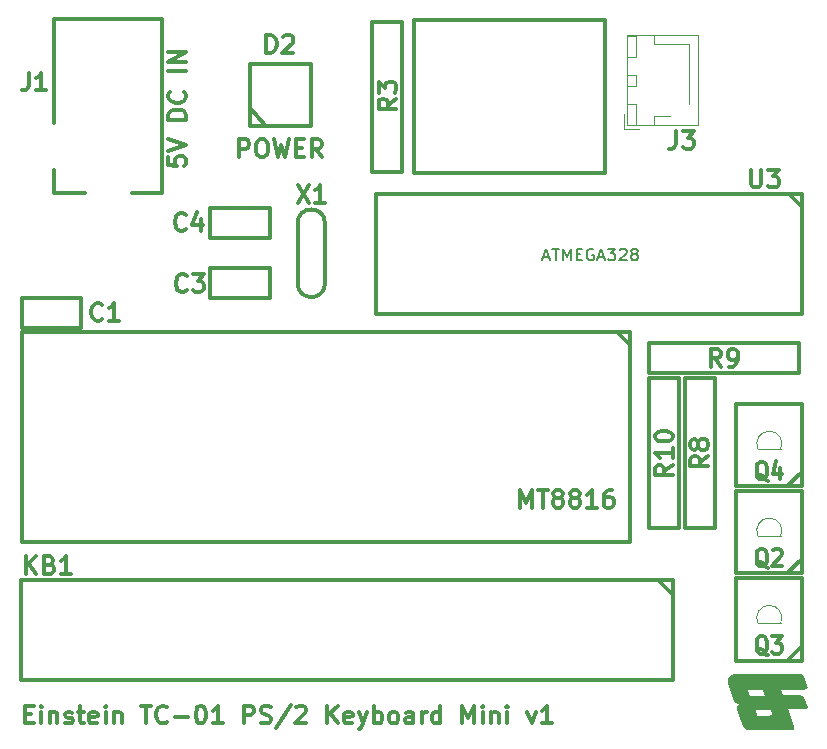
<source format=gbr>
%TF.GenerationSoftware,KiCad,Pcbnew,9.0.3*%
%TF.CreationDate,2025-11-18T23:41:28+00:00*%
%TF.ProjectId,EinsteinTC01PS2Mini,45696e73-7465-4696-9e54-433031505332,rev?*%
%TF.SameCoordinates,Original*%
%TF.FileFunction,Legend,Top*%
%TF.FilePolarity,Positive*%
%FSLAX46Y46*%
G04 Gerber Fmt 4.6, Leading zero omitted, Abs format (unit mm)*
G04 Created by KiCad (PCBNEW 9.0.3) date 2025-11-18 23:41:28*
%MOMM*%
%LPD*%
G01*
G04 APERTURE LIST*
%ADD10C,0.300000*%
%ADD11C,0.150000*%
%ADD12C,0.120000*%
%ADD13C,0.100000*%
%ADD14C,0.000000*%
G04 APERTURE END LIST*
D10*
X168534510Y-136205114D02*
X169034510Y-136205114D01*
X169248796Y-136990828D02*
X168534510Y-136990828D01*
X168534510Y-136990828D02*
X168534510Y-135490828D01*
X168534510Y-135490828D02*
X169248796Y-135490828D01*
X169891653Y-136990828D02*
X169891653Y-135990828D01*
X169891653Y-135490828D02*
X169820225Y-135562257D01*
X169820225Y-135562257D02*
X169891653Y-135633685D01*
X169891653Y-135633685D02*
X169963082Y-135562257D01*
X169963082Y-135562257D02*
X169891653Y-135490828D01*
X169891653Y-135490828D02*
X169891653Y-135633685D01*
X170605939Y-135990828D02*
X170605939Y-136990828D01*
X170605939Y-136133685D02*
X170677368Y-136062257D01*
X170677368Y-136062257D02*
X170820225Y-135990828D01*
X170820225Y-135990828D02*
X171034511Y-135990828D01*
X171034511Y-135990828D02*
X171177368Y-136062257D01*
X171177368Y-136062257D02*
X171248797Y-136205114D01*
X171248797Y-136205114D02*
X171248797Y-136990828D01*
X171891654Y-136919400D02*
X172034511Y-136990828D01*
X172034511Y-136990828D02*
X172320225Y-136990828D01*
X172320225Y-136990828D02*
X172463082Y-136919400D01*
X172463082Y-136919400D02*
X172534511Y-136776542D01*
X172534511Y-136776542D02*
X172534511Y-136705114D01*
X172534511Y-136705114D02*
X172463082Y-136562257D01*
X172463082Y-136562257D02*
X172320225Y-136490828D01*
X172320225Y-136490828D02*
X172105940Y-136490828D01*
X172105940Y-136490828D02*
X171963082Y-136419400D01*
X171963082Y-136419400D02*
X171891654Y-136276542D01*
X171891654Y-136276542D02*
X171891654Y-136205114D01*
X171891654Y-136205114D02*
X171963082Y-136062257D01*
X171963082Y-136062257D02*
X172105940Y-135990828D01*
X172105940Y-135990828D02*
X172320225Y-135990828D01*
X172320225Y-135990828D02*
X172463082Y-136062257D01*
X172963083Y-135990828D02*
X173534511Y-135990828D01*
X173177368Y-135490828D02*
X173177368Y-136776542D01*
X173177368Y-136776542D02*
X173248797Y-136919400D01*
X173248797Y-136919400D02*
X173391654Y-136990828D01*
X173391654Y-136990828D02*
X173534511Y-136990828D01*
X174605940Y-136919400D02*
X174463083Y-136990828D01*
X174463083Y-136990828D02*
X174177369Y-136990828D01*
X174177369Y-136990828D02*
X174034511Y-136919400D01*
X174034511Y-136919400D02*
X173963083Y-136776542D01*
X173963083Y-136776542D02*
X173963083Y-136205114D01*
X173963083Y-136205114D02*
X174034511Y-136062257D01*
X174034511Y-136062257D02*
X174177369Y-135990828D01*
X174177369Y-135990828D02*
X174463083Y-135990828D01*
X174463083Y-135990828D02*
X174605940Y-136062257D01*
X174605940Y-136062257D02*
X174677369Y-136205114D01*
X174677369Y-136205114D02*
X174677369Y-136347971D01*
X174677369Y-136347971D02*
X173963083Y-136490828D01*
X175320225Y-136990828D02*
X175320225Y-135990828D01*
X175320225Y-135490828D02*
X175248797Y-135562257D01*
X175248797Y-135562257D02*
X175320225Y-135633685D01*
X175320225Y-135633685D02*
X175391654Y-135562257D01*
X175391654Y-135562257D02*
X175320225Y-135490828D01*
X175320225Y-135490828D02*
X175320225Y-135633685D01*
X176034511Y-135990828D02*
X176034511Y-136990828D01*
X176034511Y-136133685D02*
X176105940Y-136062257D01*
X176105940Y-136062257D02*
X176248797Y-135990828D01*
X176248797Y-135990828D02*
X176463083Y-135990828D01*
X176463083Y-135990828D02*
X176605940Y-136062257D01*
X176605940Y-136062257D02*
X176677369Y-136205114D01*
X176677369Y-136205114D02*
X176677369Y-136990828D01*
X178320226Y-135490828D02*
X179177369Y-135490828D01*
X178748797Y-136990828D02*
X178748797Y-135490828D01*
X180534511Y-136847971D02*
X180463083Y-136919400D01*
X180463083Y-136919400D02*
X180248797Y-136990828D01*
X180248797Y-136990828D02*
X180105940Y-136990828D01*
X180105940Y-136990828D02*
X179891654Y-136919400D01*
X179891654Y-136919400D02*
X179748797Y-136776542D01*
X179748797Y-136776542D02*
X179677368Y-136633685D01*
X179677368Y-136633685D02*
X179605940Y-136347971D01*
X179605940Y-136347971D02*
X179605940Y-136133685D01*
X179605940Y-136133685D02*
X179677368Y-135847971D01*
X179677368Y-135847971D02*
X179748797Y-135705114D01*
X179748797Y-135705114D02*
X179891654Y-135562257D01*
X179891654Y-135562257D02*
X180105940Y-135490828D01*
X180105940Y-135490828D02*
X180248797Y-135490828D01*
X180248797Y-135490828D02*
X180463083Y-135562257D01*
X180463083Y-135562257D02*
X180534511Y-135633685D01*
X181177368Y-136419400D02*
X182320226Y-136419400D01*
X183320226Y-135490828D02*
X183463083Y-135490828D01*
X183463083Y-135490828D02*
X183605940Y-135562257D01*
X183605940Y-135562257D02*
X183677369Y-135633685D01*
X183677369Y-135633685D02*
X183748797Y-135776542D01*
X183748797Y-135776542D02*
X183820226Y-136062257D01*
X183820226Y-136062257D02*
X183820226Y-136419400D01*
X183820226Y-136419400D02*
X183748797Y-136705114D01*
X183748797Y-136705114D02*
X183677369Y-136847971D01*
X183677369Y-136847971D02*
X183605940Y-136919400D01*
X183605940Y-136919400D02*
X183463083Y-136990828D01*
X183463083Y-136990828D02*
X183320226Y-136990828D01*
X183320226Y-136990828D02*
X183177369Y-136919400D01*
X183177369Y-136919400D02*
X183105940Y-136847971D01*
X183105940Y-136847971D02*
X183034511Y-136705114D01*
X183034511Y-136705114D02*
X182963083Y-136419400D01*
X182963083Y-136419400D02*
X182963083Y-136062257D01*
X182963083Y-136062257D02*
X183034511Y-135776542D01*
X183034511Y-135776542D02*
X183105940Y-135633685D01*
X183105940Y-135633685D02*
X183177369Y-135562257D01*
X183177369Y-135562257D02*
X183320226Y-135490828D01*
X185248797Y-136990828D02*
X184391654Y-136990828D01*
X184820225Y-136990828D02*
X184820225Y-135490828D01*
X184820225Y-135490828D02*
X184677368Y-135705114D01*
X184677368Y-135705114D02*
X184534511Y-135847971D01*
X184534511Y-135847971D02*
X184391654Y-135919400D01*
X187034510Y-136990828D02*
X187034510Y-135490828D01*
X187034510Y-135490828D02*
X187605939Y-135490828D01*
X187605939Y-135490828D02*
X187748796Y-135562257D01*
X187748796Y-135562257D02*
X187820225Y-135633685D01*
X187820225Y-135633685D02*
X187891653Y-135776542D01*
X187891653Y-135776542D02*
X187891653Y-135990828D01*
X187891653Y-135990828D02*
X187820225Y-136133685D01*
X187820225Y-136133685D02*
X187748796Y-136205114D01*
X187748796Y-136205114D02*
X187605939Y-136276542D01*
X187605939Y-136276542D02*
X187034510Y-136276542D01*
X188463082Y-136919400D02*
X188677368Y-136990828D01*
X188677368Y-136990828D02*
X189034510Y-136990828D01*
X189034510Y-136990828D02*
X189177368Y-136919400D01*
X189177368Y-136919400D02*
X189248796Y-136847971D01*
X189248796Y-136847971D02*
X189320225Y-136705114D01*
X189320225Y-136705114D02*
X189320225Y-136562257D01*
X189320225Y-136562257D02*
X189248796Y-136419400D01*
X189248796Y-136419400D02*
X189177368Y-136347971D01*
X189177368Y-136347971D02*
X189034510Y-136276542D01*
X189034510Y-136276542D02*
X188748796Y-136205114D01*
X188748796Y-136205114D02*
X188605939Y-136133685D01*
X188605939Y-136133685D02*
X188534510Y-136062257D01*
X188534510Y-136062257D02*
X188463082Y-135919400D01*
X188463082Y-135919400D02*
X188463082Y-135776542D01*
X188463082Y-135776542D02*
X188534510Y-135633685D01*
X188534510Y-135633685D02*
X188605939Y-135562257D01*
X188605939Y-135562257D02*
X188748796Y-135490828D01*
X188748796Y-135490828D02*
X189105939Y-135490828D01*
X189105939Y-135490828D02*
X189320225Y-135562257D01*
X191034510Y-135419400D02*
X189748796Y-137347971D01*
X191463082Y-135633685D02*
X191534510Y-135562257D01*
X191534510Y-135562257D02*
X191677368Y-135490828D01*
X191677368Y-135490828D02*
X192034510Y-135490828D01*
X192034510Y-135490828D02*
X192177368Y-135562257D01*
X192177368Y-135562257D02*
X192248796Y-135633685D01*
X192248796Y-135633685D02*
X192320225Y-135776542D01*
X192320225Y-135776542D02*
X192320225Y-135919400D01*
X192320225Y-135919400D02*
X192248796Y-136133685D01*
X192248796Y-136133685D02*
X191391653Y-136990828D01*
X191391653Y-136990828D02*
X192320225Y-136990828D01*
X194105938Y-136990828D02*
X194105938Y-135490828D01*
X194963081Y-136990828D02*
X194320224Y-136133685D01*
X194963081Y-135490828D02*
X194105938Y-136347971D01*
X196177367Y-136919400D02*
X196034510Y-136990828D01*
X196034510Y-136990828D02*
X195748796Y-136990828D01*
X195748796Y-136990828D02*
X195605938Y-136919400D01*
X195605938Y-136919400D02*
X195534510Y-136776542D01*
X195534510Y-136776542D02*
X195534510Y-136205114D01*
X195534510Y-136205114D02*
X195605938Y-136062257D01*
X195605938Y-136062257D02*
X195748796Y-135990828D01*
X195748796Y-135990828D02*
X196034510Y-135990828D01*
X196034510Y-135990828D02*
X196177367Y-136062257D01*
X196177367Y-136062257D02*
X196248796Y-136205114D01*
X196248796Y-136205114D02*
X196248796Y-136347971D01*
X196248796Y-136347971D02*
X195534510Y-136490828D01*
X196748795Y-135990828D02*
X197105938Y-136990828D01*
X197463081Y-135990828D02*
X197105938Y-136990828D01*
X197105938Y-136990828D02*
X196963081Y-137347971D01*
X196963081Y-137347971D02*
X196891652Y-137419400D01*
X196891652Y-137419400D02*
X196748795Y-137490828D01*
X198034509Y-136990828D02*
X198034509Y-135490828D01*
X198034509Y-136062257D02*
X198177367Y-135990828D01*
X198177367Y-135990828D02*
X198463081Y-135990828D01*
X198463081Y-135990828D02*
X198605938Y-136062257D01*
X198605938Y-136062257D02*
X198677367Y-136133685D01*
X198677367Y-136133685D02*
X198748795Y-136276542D01*
X198748795Y-136276542D02*
X198748795Y-136705114D01*
X198748795Y-136705114D02*
X198677367Y-136847971D01*
X198677367Y-136847971D02*
X198605938Y-136919400D01*
X198605938Y-136919400D02*
X198463081Y-136990828D01*
X198463081Y-136990828D02*
X198177367Y-136990828D01*
X198177367Y-136990828D02*
X198034509Y-136919400D01*
X199605938Y-136990828D02*
X199463081Y-136919400D01*
X199463081Y-136919400D02*
X199391652Y-136847971D01*
X199391652Y-136847971D02*
X199320224Y-136705114D01*
X199320224Y-136705114D02*
X199320224Y-136276542D01*
X199320224Y-136276542D02*
X199391652Y-136133685D01*
X199391652Y-136133685D02*
X199463081Y-136062257D01*
X199463081Y-136062257D02*
X199605938Y-135990828D01*
X199605938Y-135990828D02*
X199820224Y-135990828D01*
X199820224Y-135990828D02*
X199963081Y-136062257D01*
X199963081Y-136062257D02*
X200034510Y-136133685D01*
X200034510Y-136133685D02*
X200105938Y-136276542D01*
X200105938Y-136276542D02*
X200105938Y-136705114D01*
X200105938Y-136705114D02*
X200034510Y-136847971D01*
X200034510Y-136847971D02*
X199963081Y-136919400D01*
X199963081Y-136919400D02*
X199820224Y-136990828D01*
X199820224Y-136990828D02*
X199605938Y-136990828D01*
X201391653Y-136990828D02*
X201391653Y-136205114D01*
X201391653Y-136205114D02*
X201320224Y-136062257D01*
X201320224Y-136062257D02*
X201177367Y-135990828D01*
X201177367Y-135990828D02*
X200891653Y-135990828D01*
X200891653Y-135990828D02*
X200748795Y-136062257D01*
X201391653Y-136919400D02*
X201248795Y-136990828D01*
X201248795Y-136990828D02*
X200891653Y-136990828D01*
X200891653Y-136990828D02*
X200748795Y-136919400D01*
X200748795Y-136919400D02*
X200677367Y-136776542D01*
X200677367Y-136776542D02*
X200677367Y-136633685D01*
X200677367Y-136633685D02*
X200748795Y-136490828D01*
X200748795Y-136490828D02*
X200891653Y-136419400D01*
X200891653Y-136419400D02*
X201248795Y-136419400D01*
X201248795Y-136419400D02*
X201391653Y-136347971D01*
X202105938Y-136990828D02*
X202105938Y-135990828D01*
X202105938Y-136276542D02*
X202177367Y-136133685D01*
X202177367Y-136133685D02*
X202248796Y-136062257D01*
X202248796Y-136062257D02*
X202391653Y-135990828D01*
X202391653Y-135990828D02*
X202534510Y-135990828D01*
X203677367Y-136990828D02*
X203677367Y-135490828D01*
X203677367Y-136919400D02*
X203534509Y-136990828D01*
X203534509Y-136990828D02*
X203248795Y-136990828D01*
X203248795Y-136990828D02*
X203105938Y-136919400D01*
X203105938Y-136919400D02*
X203034509Y-136847971D01*
X203034509Y-136847971D02*
X202963081Y-136705114D01*
X202963081Y-136705114D02*
X202963081Y-136276542D01*
X202963081Y-136276542D02*
X203034509Y-136133685D01*
X203034509Y-136133685D02*
X203105938Y-136062257D01*
X203105938Y-136062257D02*
X203248795Y-135990828D01*
X203248795Y-135990828D02*
X203534509Y-135990828D01*
X203534509Y-135990828D02*
X203677367Y-136062257D01*
X205534509Y-136990828D02*
X205534509Y-135490828D01*
X205534509Y-135490828D02*
X206034509Y-136562257D01*
X206034509Y-136562257D02*
X206534509Y-135490828D01*
X206534509Y-135490828D02*
X206534509Y-136990828D01*
X207248795Y-136990828D02*
X207248795Y-135990828D01*
X207248795Y-135490828D02*
X207177367Y-135562257D01*
X207177367Y-135562257D02*
X207248795Y-135633685D01*
X207248795Y-135633685D02*
X207320224Y-135562257D01*
X207320224Y-135562257D02*
X207248795Y-135490828D01*
X207248795Y-135490828D02*
X207248795Y-135633685D01*
X207963081Y-135990828D02*
X207963081Y-136990828D01*
X207963081Y-136133685D02*
X208034510Y-136062257D01*
X208034510Y-136062257D02*
X208177367Y-135990828D01*
X208177367Y-135990828D02*
X208391653Y-135990828D01*
X208391653Y-135990828D02*
X208534510Y-136062257D01*
X208534510Y-136062257D02*
X208605939Y-136205114D01*
X208605939Y-136205114D02*
X208605939Y-136990828D01*
X209320224Y-136990828D02*
X209320224Y-135990828D01*
X209320224Y-135490828D02*
X209248796Y-135562257D01*
X209248796Y-135562257D02*
X209320224Y-135633685D01*
X209320224Y-135633685D02*
X209391653Y-135562257D01*
X209391653Y-135562257D02*
X209320224Y-135490828D01*
X209320224Y-135490828D02*
X209320224Y-135633685D01*
X211034510Y-135990828D02*
X211391653Y-136990828D01*
X211391653Y-136990828D02*
X211748796Y-135990828D01*
X213105939Y-136990828D02*
X212248796Y-136990828D01*
X212677367Y-136990828D02*
X212677367Y-135490828D01*
X212677367Y-135490828D02*
X212534510Y-135705114D01*
X212534510Y-135705114D02*
X212391653Y-135847971D01*
X212391653Y-135847971D02*
X212248796Y-135919400D01*
X168592857Y-124328328D02*
X168592857Y-122828328D01*
X169450000Y-124328328D02*
X168807143Y-123471185D01*
X169450000Y-122828328D02*
X168592857Y-123685471D01*
X170592857Y-123542614D02*
X170807143Y-123614042D01*
X170807143Y-123614042D02*
X170878572Y-123685471D01*
X170878572Y-123685471D02*
X170950000Y-123828328D01*
X170950000Y-123828328D02*
X170950000Y-124042614D01*
X170950000Y-124042614D02*
X170878572Y-124185471D01*
X170878572Y-124185471D02*
X170807143Y-124256900D01*
X170807143Y-124256900D02*
X170664286Y-124328328D01*
X170664286Y-124328328D02*
X170092857Y-124328328D01*
X170092857Y-124328328D02*
X170092857Y-122828328D01*
X170092857Y-122828328D02*
X170592857Y-122828328D01*
X170592857Y-122828328D02*
X170735715Y-122899757D01*
X170735715Y-122899757D02*
X170807143Y-122971185D01*
X170807143Y-122971185D02*
X170878572Y-123114042D01*
X170878572Y-123114042D02*
X170878572Y-123256900D01*
X170878572Y-123256900D02*
X170807143Y-123399757D01*
X170807143Y-123399757D02*
X170735715Y-123471185D01*
X170735715Y-123471185D02*
X170592857Y-123542614D01*
X170592857Y-123542614D02*
X170092857Y-123542614D01*
X172378572Y-124328328D02*
X171521429Y-124328328D01*
X171950000Y-124328328D02*
X171950000Y-122828328D01*
X171950000Y-122828328D02*
X171807143Y-123042614D01*
X171807143Y-123042614D02*
X171664286Y-123185471D01*
X171664286Y-123185471D02*
X171521429Y-123256900D01*
X182200000Y-100325471D02*
X182128572Y-100396900D01*
X182128572Y-100396900D02*
X181914286Y-100468328D01*
X181914286Y-100468328D02*
X181771429Y-100468328D01*
X181771429Y-100468328D02*
X181557143Y-100396900D01*
X181557143Y-100396900D02*
X181414286Y-100254042D01*
X181414286Y-100254042D02*
X181342857Y-100111185D01*
X181342857Y-100111185D02*
X181271429Y-99825471D01*
X181271429Y-99825471D02*
X181271429Y-99611185D01*
X181271429Y-99611185D02*
X181342857Y-99325471D01*
X181342857Y-99325471D02*
X181414286Y-99182614D01*
X181414286Y-99182614D02*
X181557143Y-99039757D01*
X181557143Y-99039757D02*
X181771429Y-98968328D01*
X181771429Y-98968328D02*
X181914286Y-98968328D01*
X181914286Y-98968328D02*
X182128572Y-99039757D01*
X182128572Y-99039757D02*
X182200000Y-99111185D01*
X182700000Y-98968328D02*
X183628572Y-98968328D01*
X183628572Y-98968328D02*
X183128572Y-99539757D01*
X183128572Y-99539757D02*
X183342857Y-99539757D01*
X183342857Y-99539757D02*
X183485715Y-99611185D01*
X183485715Y-99611185D02*
X183557143Y-99682614D01*
X183557143Y-99682614D02*
X183628572Y-99825471D01*
X183628572Y-99825471D02*
X183628572Y-100182614D01*
X183628572Y-100182614D02*
X183557143Y-100325471D01*
X183557143Y-100325471D02*
X183485715Y-100396900D01*
X183485715Y-100396900D02*
X183342857Y-100468328D01*
X183342857Y-100468328D02*
X182914286Y-100468328D01*
X182914286Y-100468328D02*
X182771429Y-100396900D01*
X182771429Y-100396900D02*
X182700000Y-100325471D01*
X182110000Y-95125471D02*
X182038572Y-95196900D01*
X182038572Y-95196900D02*
X181824286Y-95268328D01*
X181824286Y-95268328D02*
X181681429Y-95268328D01*
X181681429Y-95268328D02*
X181467143Y-95196900D01*
X181467143Y-95196900D02*
X181324286Y-95054042D01*
X181324286Y-95054042D02*
X181252857Y-94911185D01*
X181252857Y-94911185D02*
X181181429Y-94625471D01*
X181181429Y-94625471D02*
X181181429Y-94411185D01*
X181181429Y-94411185D02*
X181252857Y-94125471D01*
X181252857Y-94125471D02*
X181324286Y-93982614D01*
X181324286Y-93982614D02*
X181467143Y-93839757D01*
X181467143Y-93839757D02*
X181681429Y-93768328D01*
X181681429Y-93768328D02*
X181824286Y-93768328D01*
X181824286Y-93768328D02*
X182038572Y-93839757D01*
X182038572Y-93839757D02*
X182110000Y-93911185D01*
X183395715Y-94268328D02*
X183395715Y-95268328D01*
X183038572Y-93696900D02*
X182681429Y-94768328D01*
X182681429Y-94768328D02*
X183610000Y-94768328D01*
X191585714Y-91418328D02*
X192585714Y-92918328D01*
X192585714Y-91418328D02*
X191585714Y-92918328D01*
X193942857Y-92918328D02*
X193085714Y-92918328D01*
X193514285Y-92918328D02*
X193514285Y-91418328D01*
X193514285Y-91418328D02*
X193371428Y-91632614D01*
X193371428Y-91632614D02*
X193228571Y-91775471D01*
X193228571Y-91775471D02*
X193085714Y-91846900D01*
X168820000Y-81888328D02*
X168820000Y-82959757D01*
X168820000Y-82959757D02*
X168748571Y-83174042D01*
X168748571Y-83174042D02*
X168605714Y-83316900D01*
X168605714Y-83316900D02*
X168391428Y-83388328D01*
X168391428Y-83388328D02*
X168248571Y-83388328D01*
X170320000Y-83388328D02*
X169462857Y-83388328D01*
X169891428Y-83388328D02*
X169891428Y-81888328D01*
X169891428Y-81888328D02*
X169748571Y-82102614D01*
X169748571Y-82102614D02*
X169605714Y-82245471D01*
X169605714Y-82245471D02*
X169462857Y-82316900D01*
X180648328Y-89011428D02*
X180648328Y-89725714D01*
X180648328Y-89725714D02*
X181362614Y-89797142D01*
X181362614Y-89797142D02*
X181291185Y-89725714D01*
X181291185Y-89725714D02*
X181219757Y-89582857D01*
X181219757Y-89582857D02*
X181219757Y-89225714D01*
X181219757Y-89225714D02*
X181291185Y-89082857D01*
X181291185Y-89082857D02*
X181362614Y-89011428D01*
X181362614Y-89011428D02*
X181505471Y-88939999D01*
X181505471Y-88939999D02*
X181862614Y-88939999D01*
X181862614Y-88939999D02*
X182005471Y-89011428D01*
X182005471Y-89011428D02*
X182076900Y-89082857D01*
X182076900Y-89082857D02*
X182148328Y-89225714D01*
X182148328Y-89225714D02*
X182148328Y-89582857D01*
X182148328Y-89582857D02*
X182076900Y-89725714D01*
X182076900Y-89725714D02*
X182005471Y-89797142D01*
X180648328Y-88511428D02*
X182148328Y-88011428D01*
X182148328Y-88011428D02*
X180648328Y-87511428D01*
X182148328Y-85868572D02*
X180648328Y-85868572D01*
X180648328Y-85868572D02*
X180648328Y-85511429D01*
X180648328Y-85511429D02*
X180719757Y-85297143D01*
X180719757Y-85297143D02*
X180862614Y-85154286D01*
X180862614Y-85154286D02*
X181005471Y-85082857D01*
X181005471Y-85082857D02*
X181291185Y-85011429D01*
X181291185Y-85011429D02*
X181505471Y-85011429D01*
X181505471Y-85011429D02*
X181791185Y-85082857D01*
X181791185Y-85082857D02*
X181934042Y-85154286D01*
X181934042Y-85154286D02*
X182076900Y-85297143D01*
X182076900Y-85297143D02*
X182148328Y-85511429D01*
X182148328Y-85511429D02*
X182148328Y-85868572D01*
X182005471Y-83511429D02*
X182076900Y-83582857D01*
X182076900Y-83582857D02*
X182148328Y-83797143D01*
X182148328Y-83797143D02*
X182148328Y-83940000D01*
X182148328Y-83940000D02*
X182076900Y-84154286D01*
X182076900Y-84154286D02*
X181934042Y-84297143D01*
X181934042Y-84297143D02*
X181791185Y-84368572D01*
X181791185Y-84368572D02*
X181505471Y-84440000D01*
X181505471Y-84440000D02*
X181291185Y-84440000D01*
X181291185Y-84440000D02*
X181005471Y-84368572D01*
X181005471Y-84368572D02*
X180862614Y-84297143D01*
X180862614Y-84297143D02*
X180719757Y-84154286D01*
X180719757Y-84154286D02*
X180648328Y-83940000D01*
X180648328Y-83940000D02*
X180648328Y-83797143D01*
X180648328Y-83797143D02*
X180719757Y-83582857D01*
X180719757Y-83582857D02*
X180791185Y-83511429D01*
X182148328Y-81725715D02*
X180648328Y-81725715D01*
X182148328Y-81011429D02*
X180648328Y-81011429D01*
X180648328Y-81011429D02*
X182148328Y-80154286D01*
X182148328Y-80154286D02*
X180648328Y-80154286D01*
X226348328Y-114374999D02*
X225634042Y-114874999D01*
X226348328Y-115232142D02*
X224848328Y-115232142D01*
X224848328Y-115232142D02*
X224848328Y-114660713D01*
X224848328Y-114660713D02*
X224919757Y-114517856D01*
X224919757Y-114517856D02*
X224991185Y-114446427D01*
X224991185Y-114446427D02*
X225134042Y-114374999D01*
X225134042Y-114374999D02*
X225348328Y-114374999D01*
X225348328Y-114374999D02*
X225491185Y-114446427D01*
X225491185Y-114446427D02*
X225562614Y-114517856D01*
X225562614Y-114517856D02*
X225634042Y-114660713D01*
X225634042Y-114660713D02*
X225634042Y-115232142D01*
X225491185Y-113517856D02*
X225419757Y-113660713D01*
X225419757Y-113660713D02*
X225348328Y-113732142D01*
X225348328Y-113732142D02*
X225205471Y-113803570D01*
X225205471Y-113803570D02*
X225134042Y-113803570D01*
X225134042Y-113803570D02*
X224991185Y-113732142D01*
X224991185Y-113732142D02*
X224919757Y-113660713D01*
X224919757Y-113660713D02*
X224848328Y-113517856D01*
X224848328Y-113517856D02*
X224848328Y-113232142D01*
X224848328Y-113232142D02*
X224919757Y-113089285D01*
X224919757Y-113089285D02*
X224991185Y-113017856D01*
X224991185Y-113017856D02*
X225134042Y-112946427D01*
X225134042Y-112946427D02*
X225205471Y-112946427D01*
X225205471Y-112946427D02*
X225348328Y-113017856D01*
X225348328Y-113017856D02*
X225419757Y-113089285D01*
X225419757Y-113089285D02*
X225491185Y-113232142D01*
X225491185Y-113232142D02*
X225491185Y-113517856D01*
X225491185Y-113517856D02*
X225562614Y-113660713D01*
X225562614Y-113660713D02*
X225634042Y-113732142D01*
X225634042Y-113732142D02*
X225776900Y-113803570D01*
X225776900Y-113803570D02*
X226062614Y-113803570D01*
X226062614Y-113803570D02*
X226205471Y-113732142D01*
X226205471Y-113732142D02*
X226276900Y-113660713D01*
X226276900Y-113660713D02*
X226348328Y-113517856D01*
X226348328Y-113517856D02*
X226348328Y-113232142D01*
X226348328Y-113232142D02*
X226276900Y-113089285D01*
X226276900Y-113089285D02*
X226205471Y-113017856D01*
X226205471Y-113017856D02*
X226062614Y-112946427D01*
X226062614Y-112946427D02*
X225776900Y-112946427D01*
X225776900Y-112946427D02*
X225634042Y-113017856D01*
X225634042Y-113017856D02*
X225562614Y-113089285D01*
X225562614Y-113089285D02*
X225491185Y-113232142D01*
X229967142Y-90108328D02*
X229967142Y-91322614D01*
X229967142Y-91322614D02*
X230038571Y-91465471D01*
X230038571Y-91465471D02*
X230110000Y-91536900D01*
X230110000Y-91536900D02*
X230252857Y-91608328D01*
X230252857Y-91608328D02*
X230538571Y-91608328D01*
X230538571Y-91608328D02*
X230681428Y-91536900D01*
X230681428Y-91536900D02*
X230752857Y-91465471D01*
X230752857Y-91465471D02*
X230824285Y-91322614D01*
X230824285Y-91322614D02*
X230824285Y-90108328D01*
X231395714Y-90108328D02*
X232324286Y-90108328D01*
X232324286Y-90108328D02*
X231824286Y-90679757D01*
X231824286Y-90679757D02*
X232038571Y-90679757D01*
X232038571Y-90679757D02*
X232181429Y-90751185D01*
X232181429Y-90751185D02*
X232252857Y-90822614D01*
X232252857Y-90822614D02*
X232324286Y-90965471D01*
X232324286Y-90965471D02*
X232324286Y-91322614D01*
X232324286Y-91322614D02*
X232252857Y-91465471D01*
X232252857Y-91465471D02*
X232181429Y-91536900D01*
X232181429Y-91536900D02*
X232038571Y-91608328D01*
X232038571Y-91608328D02*
X231610000Y-91608328D01*
X231610000Y-91608328D02*
X231467143Y-91536900D01*
X231467143Y-91536900D02*
X231395714Y-91465471D01*
D11*
X212390000Y-97499104D02*
X212866190Y-97499104D01*
X212294762Y-97784819D02*
X212628095Y-96784819D01*
X212628095Y-96784819D02*
X212961428Y-97784819D01*
X213151905Y-96784819D02*
X213723333Y-96784819D01*
X213437619Y-97784819D02*
X213437619Y-96784819D01*
X214056667Y-97784819D02*
X214056667Y-96784819D01*
X214056667Y-96784819D02*
X214390000Y-97499104D01*
X214390000Y-97499104D02*
X214723333Y-96784819D01*
X214723333Y-96784819D02*
X214723333Y-97784819D01*
X215199524Y-97261009D02*
X215532857Y-97261009D01*
X215675714Y-97784819D02*
X215199524Y-97784819D01*
X215199524Y-97784819D02*
X215199524Y-96784819D01*
X215199524Y-96784819D02*
X215675714Y-96784819D01*
X216628095Y-96832438D02*
X216532857Y-96784819D01*
X216532857Y-96784819D02*
X216390000Y-96784819D01*
X216390000Y-96784819D02*
X216247143Y-96832438D01*
X216247143Y-96832438D02*
X216151905Y-96927676D01*
X216151905Y-96927676D02*
X216104286Y-97022914D01*
X216104286Y-97022914D02*
X216056667Y-97213390D01*
X216056667Y-97213390D02*
X216056667Y-97356247D01*
X216056667Y-97356247D02*
X216104286Y-97546723D01*
X216104286Y-97546723D02*
X216151905Y-97641961D01*
X216151905Y-97641961D02*
X216247143Y-97737200D01*
X216247143Y-97737200D02*
X216390000Y-97784819D01*
X216390000Y-97784819D02*
X216485238Y-97784819D01*
X216485238Y-97784819D02*
X216628095Y-97737200D01*
X216628095Y-97737200D02*
X216675714Y-97689580D01*
X216675714Y-97689580D02*
X216675714Y-97356247D01*
X216675714Y-97356247D02*
X216485238Y-97356247D01*
X217056667Y-97499104D02*
X217532857Y-97499104D01*
X216961429Y-97784819D02*
X217294762Y-96784819D01*
X217294762Y-96784819D02*
X217628095Y-97784819D01*
X217866191Y-96784819D02*
X218485238Y-96784819D01*
X218485238Y-96784819D02*
X218151905Y-97165771D01*
X218151905Y-97165771D02*
X218294762Y-97165771D01*
X218294762Y-97165771D02*
X218390000Y-97213390D01*
X218390000Y-97213390D02*
X218437619Y-97261009D01*
X218437619Y-97261009D02*
X218485238Y-97356247D01*
X218485238Y-97356247D02*
X218485238Y-97594342D01*
X218485238Y-97594342D02*
X218437619Y-97689580D01*
X218437619Y-97689580D02*
X218390000Y-97737200D01*
X218390000Y-97737200D02*
X218294762Y-97784819D01*
X218294762Y-97784819D02*
X218009048Y-97784819D01*
X218009048Y-97784819D02*
X217913810Y-97737200D01*
X217913810Y-97737200D02*
X217866191Y-97689580D01*
X218866191Y-96880057D02*
X218913810Y-96832438D01*
X218913810Y-96832438D02*
X219009048Y-96784819D01*
X219009048Y-96784819D02*
X219247143Y-96784819D01*
X219247143Y-96784819D02*
X219342381Y-96832438D01*
X219342381Y-96832438D02*
X219390000Y-96880057D01*
X219390000Y-96880057D02*
X219437619Y-96975295D01*
X219437619Y-96975295D02*
X219437619Y-97070533D01*
X219437619Y-97070533D02*
X219390000Y-97213390D01*
X219390000Y-97213390D02*
X218818572Y-97784819D01*
X218818572Y-97784819D02*
X219437619Y-97784819D01*
X220009048Y-97213390D02*
X219913810Y-97165771D01*
X219913810Y-97165771D02*
X219866191Y-97118152D01*
X219866191Y-97118152D02*
X219818572Y-97022914D01*
X219818572Y-97022914D02*
X219818572Y-96975295D01*
X219818572Y-96975295D02*
X219866191Y-96880057D01*
X219866191Y-96880057D02*
X219913810Y-96832438D01*
X219913810Y-96832438D02*
X220009048Y-96784819D01*
X220009048Y-96784819D02*
X220199524Y-96784819D01*
X220199524Y-96784819D02*
X220294762Y-96832438D01*
X220294762Y-96832438D02*
X220342381Y-96880057D01*
X220342381Y-96880057D02*
X220390000Y-96975295D01*
X220390000Y-96975295D02*
X220390000Y-97022914D01*
X220390000Y-97022914D02*
X220342381Y-97118152D01*
X220342381Y-97118152D02*
X220294762Y-97165771D01*
X220294762Y-97165771D02*
X220199524Y-97213390D01*
X220199524Y-97213390D02*
X220009048Y-97213390D01*
X220009048Y-97213390D02*
X219913810Y-97261009D01*
X219913810Y-97261009D02*
X219866191Y-97308628D01*
X219866191Y-97308628D02*
X219818572Y-97403866D01*
X219818572Y-97403866D02*
X219818572Y-97594342D01*
X219818572Y-97594342D02*
X219866191Y-97689580D01*
X219866191Y-97689580D02*
X219913810Y-97737200D01*
X219913810Y-97737200D02*
X220009048Y-97784819D01*
X220009048Y-97784819D02*
X220199524Y-97784819D01*
X220199524Y-97784819D02*
X220294762Y-97737200D01*
X220294762Y-97737200D02*
X220342381Y-97689580D01*
X220342381Y-97689580D02*
X220390000Y-97594342D01*
X220390000Y-97594342D02*
X220390000Y-97403866D01*
X220390000Y-97403866D02*
X220342381Y-97308628D01*
X220342381Y-97308628D02*
X220294762Y-97261009D01*
X220294762Y-97261009D02*
X220199524Y-97213390D01*
D10*
X223640000Y-86838328D02*
X223640000Y-87909757D01*
X223640000Y-87909757D02*
X223568571Y-88124042D01*
X223568571Y-88124042D02*
X223425714Y-88266900D01*
X223425714Y-88266900D02*
X223211428Y-88338328D01*
X223211428Y-88338328D02*
X223068571Y-88338328D01*
X224211428Y-86838328D02*
X225140000Y-86838328D01*
X225140000Y-86838328D02*
X224640000Y-87409757D01*
X224640000Y-87409757D02*
X224854285Y-87409757D01*
X224854285Y-87409757D02*
X224997143Y-87481185D01*
X224997143Y-87481185D02*
X225068571Y-87552614D01*
X225068571Y-87552614D02*
X225140000Y-87695471D01*
X225140000Y-87695471D02*
X225140000Y-88052614D01*
X225140000Y-88052614D02*
X225068571Y-88195471D01*
X225068571Y-88195471D02*
X224997143Y-88266900D01*
X224997143Y-88266900D02*
X224854285Y-88338328D01*
X224854285Y-88338328D02*
X224425714Y-88338328D01*
X224425714Y-88338328D02*
X224282857Y-88266900D01*
X224282857Y-88266900D02*
X224211428Y-88195471D01*
X175050000Y-102755471D02*
X174978572Y-102826900D01*
X174978572Y-102826900D02*
X174764286Y-102898328D01*
X174764286Y-102898328D02*
X174621429Y-102898328D01*
X174621429Y-102898328D02*
X174407143Y-102826900D01*
X174407143Y-102826900D02*
X174264286Y-102684042D01*
X174264286Y-102684042D02*
X174192857Y-102541185D01*
X174192857Y-102541185D02*
X174121429Y-102255471D01*
X174121429Y-102255471D02*
X174121429Y-102041185D01*
X174121429Y-102041185D02*
X174192857Y-101755471D01*
X174192857Y-101755471D02*
X174264286Y-101612614D01*
X174264286Y-101612614D02*
X174407143Y-101469757D01*
X174407143Y-101469757D02*
X174621429Y-101398328D01*
X174621429Y-101398328D02*
X174764286Y-101398328D01*
X174764286Y-101398328D02*
X174978572Y-101469757D01*
X174978572Y-101469757D02*
X175050000Y-101541185D01*
X176478572Y-102898328D02*
X175621429Y-102898328D01*
X176050000Y-102898328D02*
X176050000Y-101398328D01*
X176050000Y-101398328D02*
X175907143Y-101612614D01*
X175907143Y-101612614D02*
X175764286Y-101755471D01*
X175764286Y-101755471D02*
X175621429Y-101826900D01*
X227430000Y-106783328D02*
X226930000Y-106069042D01*
X226572857Y-106783328D02*
X226572857Y-105283328D01*
X226572857Y-105283328D02*
X227144286Y-105283328D01*
X227144286Y-105283328D02*
X227287143Y-105354757D01*
X227287143Y-105354757D02*
X227358572Y-105426185D01*
X227358572Y-105426185D02*
X227430000Y-105569042D01*
X227430000Y-105569042D02*
X227430000Y-105783328D01*
X227430000Y-105783328D02*
X227358572Y-105926185D01*
X227358572Y-105926185D02*
X227287143Y-105997614D01*
X227287143Y-105997614D02*
X227144286Y-106069042D01*
X227144286Y-106069042D02*
X226572857Y-106069042D01*
X228144286Y-106783328D02*
X228430000Y-106783328D01*
X228430000Y-106783328D02*
X228572857Y-106711900D01*
X228572857Y-106711900D02*
X228644286Y-106640471D01*
X228644286Y-106640471D02*
X228787143Y-106426185D01*
X228787143Y-106426185D02*
X228858572Y-106140471D01*
X228858572Y-106140471D02*
X228858572Y-105569042D01*
X228858572Y-105569042D02*
X228787143Y-105426185D01*
X228787143Y-105426185D02*
X228715715Y-105354757D01*
X228715715Y-105354757D02*
X228572857Y-105283328D01*
X228572857Y-105283328D02*
X228287143Y-105283328D01*
X228287143Y-105283328D02*
X228144286Y-105354757D01*
X228144286Y-105354757D02*
X228072857Y-105426185D01*
X228072857Y-105426185D02*
X228001429Y-105569042D01*
X228001429Y-105569042D02*
X228001429Y-105926185D01*
X228001429Y-105926185D02*
X228072857Y-106069042D01*
X228072857Y-106069042D02*
X228144286Y-106140471D01*
X228144286Y-106140471D02*
X228287143Y-106211900D01*
X228287143Y-106211900D02*
X228572857Y-106211900D01*
X228572857Y-106211900D02*
X228715715Y-106140471D01*
X228715715Y-106140471D02*
X228787143Y-106069042D01*
X228787143Y-106069042D02*
X228858572Y-105926185D01*
X231386190Y-131226185D02*
X231262380Y-131154757D01*
X231262380Y-131154757D02*
X231138571Y-131011900D01*
X231138571Y-131011900D02*
X230952857Y-130797614D01*
X230952857Y-130797614D02*
X230829047Y-130726185D01*
X230829047Y-130726185D02*
X230705238Y-130726185D01*
X230767142Y-131083328D02*
X230643333Y-131011900D01*
X230643333Y-131011900D02*
X230519523Y-130869042D01*
X230519523Y-130869042D02*
X230457619Y-130583328D01*
X230457619Y-130583328D02*
X230457619Y-130083328D01*
X230457619Y-130083328D02*
X230519523Y-129797614D01*
X230519523Y-129797614D02*
X230643333Y-129654757D01*
X230643333Y-129654757D02*
X230767142Y-129583328D01*
X230767142Y-129583328D02*
X231014761Y-129583328D01*
X231014761Y-129583328D02*
X231138571Y-129654757D01*
X231138571Y-129654757D02*
X231262380Y-129797614D01*
X231262380Y-129797614D02*
X231324285Y-130083328D01*
X231324285Y-130083328D02*
X231324285Y-130583328D01*
X231324285Y-130583328D02*
X231262380Y-130869042D01*
X231262380Y-130869042D02*
X231138571Y-131011900D01*
X231138571Y-131011900D02*
X231014761Y-131083328D01*
X231014761Y-131083328D02*
X230767142Y-131083328D01*
X231757619Y-129583328D02*
X232562381Y-129583328D01*
X232562381Y-129583328D02*
X232129047Y-130154757D01*
X232129047Y-130154757D02*
X232314762Y-130154757D01*
X232314762Y-130154757D02*
X232438571Y-130226185D01*
X232438571Y-130226185D02*
X232500476Y-130297614D01*
X232500476Y-130297614D02*
X232562381Y-130440471D01*
X232562381Y-130440471D02*
X232562381Y-130797614D01*
X232562381Y-130797614D02*
X232500476Y-130940471D01*
X232500476Y-130940471D02*
X232438571Y-131011900D01*
X232438571Y-131011900D02*
X232314762Y-131083328D01*
X232314762Y-131083328D02*
X231943333Y-131083328D01*
X231943333Y-131083328D02*
X231819524Y-131011900D01*
X231819524Y-131011900D02*
X231757619Y-130940471D01*
X231386190Y-123836185D02*
X231262380Y-123764757D01*
X231262380Y-123764757D02*
X231138571Y-123621900D01*
X231138571Y-123621900D02*
X230952857Y-123407614D01*
X230952857Y-123407614D02*
X230829047Y-123336185D01*
X230829047Y-123336185D02*
X230705238Y-123336185D01*
X230767142Y-123693328D02*
X230643333Y-123621900D01*
X230643333Y-123621900D02*
X230519523Y-123479042D01*
X230519523Y-123479042D02*
X230457619Y-123193328D01*
X230457619Y-123193328D02*
X230457619Y-122693328D01*
X230457619Y-122693328D02*
X230519523Y-122407614D01*
X230519523Y-122407614D02*
X230643333Y-122264757D01*
X230643333Y-122264757D02*
X230767142Y-122193328D01*
X230767142Y-122193328D02*
X231014761Y-122193328D01*
X231014761Y-122193328D02*
X231138571Y-122264757D01*
X231138571Y-122264757D02*
X231262380Y-122407614D01*
X231262380Y-122407614D02*
X231324285Y-122693328D01*
X231324285Y-122693328D02*
X231324285Y-123193328D01*
X231324285Y-123193328D02*
X231262380Y-123479042D01*
X231262380Y-123479042D02*
X231138571Y-123621900D01*
X231138571Y-123621900D02*
X231014761Y-123693328D01*
X231014761Y-123693328D02*
X230767142Y-123693328D01*
X231819524Y-122336185D02*
X231881428Y-122264757D01*
X231881428Y-122264757D02*
X232005238Y-122193328D01*
X232005238Y-122193328D02*
X232314762Y-122193328D01*
X232314762Y-122193328D02*
X232438571Y-122264757D01*
X232438571Y-122264757D02*
X232500476Y-122336185D01*
X232500476Y-122336185D02*
X232562381Y-122479042D01*
X232562381Y-122479042D02*
X232562381Y-122621900D01*
X232562381Y-122621900D02*
X232500476Y-122836185D01*
X232500476Y-122836185D02*
X231757619Y-123693328D01*
X231757619Y-123693328D02*
X232562381Y-123693328D01*
X188942857Y-80198328D02*
X188942857Y-78698328D01*
X188942857Y-78698328D02*
X189300000Y-78698328D01*
X189300000Y-78698328D02*
X189514286Y-78769757D01*
X189514286Y-78769757D02*
X189657143Y-78912614D01*
X189657143Y-78912614D02*
X189728572Y-79055471D01*
X189728572Y-79055471D02*
X189800000Y-79341185D01*
X189800000Y-79341185D02*
X189800000Y-79555471D01*
X189800000Y-79555471D02*
X189728572Y-79841185D01*
X189728572Y-79841185D02*
X189657143Y-79984042D01*
X189657143Y-79984042D02*
X189514286Y-80126900D01*
X189514286Y-80126900D02*
X189300000Y-80198328D01*
X189300000Y-80198328D02*
X188942857Y-80198328D01*
X190371429Y-78841185D02*
X190442857Y-78769757D01*
X190442857Y-78769757D02*
X190585715Y-78698328D01*
X190585715Y-78698328D02*
X190942857Y-78698328D01*
X190942857Y-78698328D02*
X191085715Y-78769757D01*
X191085715Y-78769757D02*
X191157143Y-78841185D01*
X191157143Y-78841185D02*
X191228572Y-78984042D01*
X191228572Y-78984042D02*
X191228572Y-79126900D01*
X191228572Y-79126900D02*
X191157143Y-79341185D01*
X191157143Y-79341185D02*
X190300000Y-80198328D01*
X190300000Y-80198328D02*
X191228572Y-80198328D01*
X186635713Y-89043328D02*
X186635713Y-87543328D01*
X186635713Y-87543328D02*
X187207142Y-87543328D01*
X187207142Y-87543328D02*
X187349999Y-87614757D01*
X187349999Y-87614757D02*
X187421428Y-87686185D01*
X187421428Y-87686185D02*
X187492856Y-87829042D01*
X187492856Y-87829042D02*
X187492856Y-88043328D01*
X187492856Y-88043328D02*
X187421428Y-88186185D01*
X187421428Y-88186185D02*
X187349999Y-88257614D01*
X187349999Y-88257614D02*
X187207142Y-88329042D01*
X187207142Y-88329042D02*
X186635713Y-88329042D01*
X188421428Y-87543328D02*
X188707142Y-87543328D01*
X188707142Y-87543328D02*
X188849999Y-87614757D01*
X188849999Y-87614757D02*
X188992856Y-87757614D01*
X188992856Y-87757614D02*
X189064285Y-88043328D01*
X189064285Y-88043328D02*
X189064285Y-88543328D01*
X189064285Y-88543328D02*
X188992856Y-88829042D01*
X188992856Y-88829042D02*
X188849999Y-88971900D01*
X188849999Y-88971900D02*
X188707142Y-89043328D01*
X188707142Y-89043328D02*
X188421428Y-89043328D01*
X188421428Y-89043328D02*
X188278571Y-88971900D01*
X188278571Y-88971900D02*
X188135713Y-88829042D01*
X188135713Y-88829042D02*
X188064285Y-88543328D01*
X188064285Y-88543328D02*
X188064285Y-88043328D01*
X188064285Y-88043328D02*
X188135713Y-87757614D01*
X188135713Y-87757614D02*
X188278571Y-87614757D01*
X188278571Y-87614757D02*
X188421428Y-87543328D01*
X189564285Y-87543328D02*
X189921428Y-89043328D01*
X189921428Y-89043328D02*
X190207142Y-87971900D01*
X190207142Y-87971900D02*
X190492857Y-89043328D01*
X190492857Y-89043328D02*
X190850000Y-87543328D01*
X191421428Y-88257614D02*
X191921428Y-88257614D01*
X192135714Y-89043328D02*
X191421428Y-89043328D01*
X191421428Y-89043328D02*
X191421428Y-87543328D01*
X191421428Y-87543328D02*
X192135714Y-87543328D01*
X193635714Y-89043328D02*
X193135714Y-88329042D01*
X192778571Y-89043328D02*
X192778571Y-87543328D01*
X192778571Y-87543328D02*
X193350000Y-87543328D01*
X193350000Y-87543328D02*
X193492857Y-87614757D01*
X193492857Y-87614757D02*
X193564286Y-87686185D01*
X193564286Y-87686185D02*
X193635714Y-87829042D01*
X193635714Y-87829042D02*
X193635714Y-88043328D01*
X193635714Y-88043328D02*
X193564286Y-88186185D01*
X193564286Y-88186185D02*
X193492857Y-88257614D01*
X193492857Y-88257614D02*
X193350000Y-88329042D01*
X193350000Y-88329042D02*
X192778571Y-88329042D01*
X199938328Y-84089999D02*
X199224042Y-84589999D01*
X199938328Y-84947142D02*
X198438328Y-84947142D01*
X198438328Y-84947142D02*
X198438328Y-84375713D01*
X198438328Y-84375713D02*
X198509757Y-84232856D01*
X198509757Y-84232856D02*
X198581185Y-84161427D01*
X198581185Y-84161427D02*
X198724042Y-84089999D01*
X198724042Y-84089999D02*
X198938328Y-84089999D01*
X198938328Y-84089999D02*
X199081185Y-84161427D01*
X199081185Y-84161427D02*
X199152614Y-84232856D01*
X199152614Y-84232856D02*
X199224042Y-84375713D01*
X199224042Y-84375713D02*
X199224042Y-84947142D01*
X198438328Y-83589999D02*
X198438328Y-82661427D01*
X198438328Y-82661427D02*
X199009757Y-83161427D01*
X199009757Y-83161427D02*
X199009757Y-82947142D01*
X199009757Y-82947142D02*
X199081185Y-82804285D01*
X199081185Y-82804285D02*
X199152614Y-82732856D01*
X199152614Y-82732856D02*
X199295471Y-82661427D01*
X199295471Y-82661427D02*
X199652614Y-82661427D01*
X199652614Y-82661427D02*
X199795471Y-82732856D01*
X199795471Y-82732856D02*
X199866900Y-82804285D01*
X199866900Y-82804285D02*
X199938328Y-82947142D01*
X199938328Y-82947142D02*
X199938328Y-83375713D01*
X199938328Y-83375713D02*
X199866900Y-83518570D01*
X199866900Y-83518570D02*
X199795471Y-83589999D01*
X231386190Y-116476185D02*
X231262380Y-116404757D01*
X231262380Y-116404757D02*
X231138571Y-116261900D01*
X231138571Y-116261900D02*
X230952857Y-116047614D01*
X230952857Y-116047614D02*
X230829047Y-115976185D01*
X230829047Y-115976185D02*
X230705238Y-115976185D01*
X230767142Y-116333328D02*
X230643333Y-116261900D01*
X230643333Y-116261900D02*
X230519523Y-116119042D01*
X230519523Y-116119042D02*
X230457619Y-115833328D01*
X230457619Y-115833328D02*
X230457619Y-115333328D01*
X230457619Y-115333328D02*
X230519523Y-115047614D01*
X230519523Y-115047614D02*
X230643333Y-114904757D01*
X230643333Y-114904757D02*
X230767142Y-114833328D01*
X230767142Y-114833328D02*
X231014761Y-114833328D01*
X231014761Y-114833328D02*
X231138571Y-114904757D01*
X231138571Y-114904757D02*
X231262380Y-115047614D01*
X231262380Y-115047614D02*
X231324285Y-115333328D01*
X231324285Y-115333328D02*
X231324285Y-115833328D01*
X231324285Y-115833328D02*
X231262380Y-116119042D01*
X231262380Y-116119042D02*
X231138571Y-116261900D01*
X231138571Y-116261900D02*
X231014761Y-116333328D01*
X231014761Y-116333328D02*
X230767142Y-116333328D01*
X232438571Y-115333328D02*
X232438571Y-116333328D01*
X232129047Y-114761900D02*
X231819524Y-115833328D01*
X231819524Y-115833328D02*
X232624285Y-115833328D01*
X223328328Y-115104999D02*
X222614042Y-115604999D01*
X223328328Y-115962142D02*
X221828328Y-115962142D01*
X221828328Y-115962142D02*
X221828328Y-115390713D01*
X221828328Y-115390713D02*
X221899757Y-115247856D01*
X221899757Y-115247856D02*
X221971185Y-115176427D01*
X221971185Y-115176427D02*
X222114042Y-115104999D01*
X222114042Y-115104999D02*
X222328328Y-115104999D01*
X222328328Y-115104999D02*
X222471185Y-115176427D01*
X222471185Y-115176427D02*
X222542614Y-115247856D01*
X222542614Y-115247856D02*
X222614042Y-115390713D01*
X222614042Y-115390713D02*
X222614042Y-115962142D01*
X223328328Y-113676427D02*
X223328328Y-114533570D01*
X223328328Y-114104999D02*
X221828328Y-114104999D01*
X221828328Y-114104999D02*
X222042614Y-114247856D01*
X222042614Y-114247856D02*
X222185471Y-114390713D01*
X222185471Y-114390713D02*
X222256900Y-114533570D01*
X221828328Y-112747856D02*
X221828328Y-112604999D01*
X221828328Y-112604999D02*
X221899757Y-112462142D01*
X221899757Y-112462142D02*
X221971185Y-112390714D01*
X221971185Y-112390714D02*
X222114042Y-112319285D01*
X222114042Y-112319285D02*
X222399757Y-112247856D01*
X222399757Y-112247856D02*
X222756900Y-112247856D01*
X222756900Y-112247856D02*
X223042614Y-112319285D01*
X223042614Y-112319285D02*
X223185471Y-112390714D01*
X223185471Y-112390714D02*
X223256900Y-112462142D01*
X223256900Y-112462142D02*
X223328328Y-112604999D01*
X223328328Y-112604999D02*
X223328328Y-112747856D01*
X223328328Y-112747856D02*
X223256900Y-112890714D01*
X223256900Y-112890714D02*
X223185471Y-112962142D01*
X223185471Y-112962142D02*
X223042614Y-113033571D01*
X223042614Y-113033571D02*
X222756900Y-113104999D01*
X222756900Y-113104999D02*
X222399757Y-113104999D01*
X222399757Y-113104999D02*
X222114042Y-113033571D01*
X222114042Y-113033571D02*
X221971185Y-112962142D01*
X221971185Y-112962142D02*
X221899757Y-112890714D01*
X221899757Y-112890714D02*
X221828328Y-112747856D01*
X210421429Y-118718328D02*
X210421429Y-117218328D01*
X210421429Y-117218328D02*
X210921429Y-118289757D01*
X210921429Y-118289757D02*
X211421429Y-117218328D01*
X211421429Y-117218328D02*
X211421429Y-118718328D01*
X211921430Y-117218328D02*
X212778573Y-117218328D01*
X212350001Y-118718328D02*
X212350001Y-117218328D01*
X213492858Y-117861185D02*
X213350001Y-117789757D01*
X213350001Y-117789757D02*
X213278572Y-117718328D01*
X213278572Y-117718328D02*
X213207144Y-117575471D01*
X213207144Y-117575471D02*
X213207144Y-117504042D01*
X213207144Y-117504042D02*
X213278572Y-117361185D01*
X213278572Y-117361185D02*
X213350001Y-117289757D01*
X213350001Y-117289757D02*
X213492858Y-117218328D01*
X213492858Y-117218328D02*
X213778572Y-117218328D01*
X213778572Y-117218328D02*
X213921430Y-117289757D01*
X213921430Y-117289757D02*
X213992858Y-117361185D01*
X213992858Y-117361185D02*
X214064287Y-117504042D01*
X214064287Y-117504042D02*
X214064287Y-117575471D01*
X214064287Y-117575471D02*
X213992858Y-117718328D01*
X213992858Y-117718328D02*
X213921430Y-117789757D01*
X213921430Y-117789757D02*
X213778572Y-117861185D01*
X213778572Y-117861185D02*
X213492858Y-117861185D01*
X213492858Y-117861185D02*
X213350001Y-117932614D01*
X213350001Y-117932614D02*
X213278572Y-118004042D01*
X213278572Y-118004042D02*
X213207144Y-118146900D01*
X213207144Y-118146900D02*
X213207144Y-118432614D01*
X213207144Y-118432614D02*
X213278572Y-118575471D01*
X213278572Y-118575471D02*
X213350001Y-118646900D01*
X213350001Y-118646900D02*
X213492858Y-118718328D01*
X213492858Y-118718328D02*
X213778572Y-118718328D01*
X213778572Y-118718328D02*
X213921430Y-118646900D01*
X213921430Y-118646900D02*
X213992858Y-118575471D01*
X213992858Y-118575471D02*
X214064287Y-118432614D01*
X214064287Y-118432614D02*
X214064287Y-118146900D01*
X214064287Y-118146900D02*
X213992858Y-118004042D01*
X213992858Y-118004042D02*
X213921430Y-117932614D01*
X213921430Y-117932614D02*
X213778572Y-117861185D01*
X214921429Y-117861185D02*
X214778572Y-117789757D01*
X214778572Y-117789757D02*
X214707143Y-117718328D01*
X214707143Y-117718328D02*
X214635715Y-117575471D01*
X214635715Y-117575471D02*
X214635715Y-117504042D01*
X214635715Y-117504042D02*
X214707143Y-117361185D01*
X214707143Y-117361185D02*
X214778572Y-117289757D01*
X214778572Y-117289757D02*
X214921429Y-117218328D01*
X214921429Y-117218328D02*
X215207143Y-117218328D01*
X215207143Y-117218328D02*
X215350001Y-117289757D01*
X215350001Y-117289757D02*
X215421429Y-117361185D01*
X215421429Y-117361185D02*
X215492858Y-117504042D01*
X215492858Y-117504042D02*
X215492858Y-117575471D01*
X215492858Y-117575471D02*
X215421429Y-117718328D01*
X215421429Y-117718328D02*
X215350001Y-117789757D01*
X215350001Y-117789757D02*
X215207143Y-117861185D01*
X215207143Y-117861185D02*
X214921429Y-117861185D01*
X214921429Y-117861185D02*
X214778572Y-117932614D01*
X214778572Y-117932614D02*
X214707143Y-118004042D01*
X214707143Y-118004042D02*
X214635715Y-118146900D01*
X214635715Y-118146900D02*
X214635715Y-118432614D01*
X214635715Y-118432614D02*
X214707143Y-118575471D01*
X214707143Y-118575471D02*
X214778572Y-118646900D01*
X214778572Y-118646900D02*
X214921429Y-118718328D01*
X214921429Y-118718328D02*
X215207143Y-118718328D01*
X215207143Y-118718328D02*
X215350001Y-118646900D01*
X215350001Y-118646900D02*
X215421429Y-118575471D01*
X215421429Y-118575471D02*
X215492858Y-118432614D01*
X215492858Y-118432614D02*
X215492858Y-118146900D01*
X215492858Y-118146900D02*
X215421429Y-118004042D01*
X215421429Y-118004042D02*
X215350001Y-117932614D01*
X215350001Y-117932614D02*
X215207143Y-117861185D01*
X216921429Y-118718328D02*
X216064286Y-118718328D01*
X216492857Y-118718328D02*
X216492857Y-117218328D01*
X216492857Y-117218328D02*
X216350000Y-117432614D01*
X216350000Y-117432614D02*
X216207143Y-117575471D01*
X216207143Y-117575471D02*
X216064286Y-117646900D01*
X218207143Y-117218328D02*
X217921428Y-117218328D01*
X217921428Y-117218328D02*
X217778571Y-117289757D01*
X217778571Y-117289757D02*
X217707143Y-117361185D01*
X217707143Y-117361185D02*
X217564285Y-117575471D01*
X217564285Y-117575471D02*
X217492857Y-117861185D01*
X217492857Y-117861185D02*
X217492857Y-118432614D01*
X217492857Y-118432614D02*
X217564285Y-118575471D01*
X217564285Y-118575471D02*
X217635714Y-118646900D01*
X217635714Y-118646900D02*
X217778571Y-118718328D01*
X217778571Y-118718328D02*
X218064285Y-118718328D01*
X218064285Y-118718328D02*
X218207143Y-118646900D01*
X218207143Y-118646900D02*
X218278571Y-118575471D01*
X218278571Y-118575471D02*
X218350000Y-118432614D01*
X218350000Y-118432614D02*
X218350000Y-118075471D01*
X218350000Y-118075471D02*
X218278571Y-117932614D01*
X218278571Y-117932614D02*
X218207143Y-117861185D01*
X218207143Y-117861185D02*
X218064285Y-117789757D01*
X218064285Y-117789757D02*
X217778571Y-117789757D01*
X217778571Y-117789757D02*
X217635714Y-117861185D01*
X217635714Y-117861185D02*
X217564285Y-117932614D01*
X217564285Y-117932614D02*
X217492857Y-118075471D01*
%TO.C,KB1*%
X223355000Y-124865000D02*
X168205000Y-124865000D01*
X168205000Y-133280000D01*
X223355000Y-133280000D01*
X223355000Y-124865000D01*
X222215000Y-124912500D02*
X223315000Y-125987500D01*
%TO.C,C3*%
X184150000Y-101000000D02*
X184150000Y-98460000D01*
X184150000Y-101000000D02*
X189210000Y-101000000D01*
X189210000Y-98460000D02*
X184150000Y-98460000D01*
X189210000Y-101000000D02*
X189210000Y-98460000D01*
%TO.C,C4*%
X184150000Y-95880000D02*
X184150000Y-93340000D01*
X184150000Y-95880000D02*
X189210000Y-95880000D01*
X189210000Y-93340000D02*
X184150000Y-93340000D01*
X189210000Y-95880000D02*
X189210000Y-93340000D01*
%TO.C,X1*%
X191580000Y-94630000D02*
G75*
G02*
X193900000Y-94630000I1160000J0D01*
G01*
X193900000Y-99730000D02*
G75*
G02*
X191580000Y-99730000I-1160000J0D01*
G01*
X193900000Y-94630000D02*
X193900000Y-99730000D01*
X191580000Y-99730000D02*
X191580000Y-94630000D01*
%TO.C,J1*%
X180120000Y-77360000D02*
X180120000Y-92060000D01*
X170920000Y-77360000D02*
X180120000Y-77360000D01*
X170920000Y-86160000D02*
X170920000Y-77360000D01*
X180120000Y-92060000D02*
X177520000Y-92060000D01*
X173620000Y-92060000D02*
X170920000Y-92060000D01*
X170920000Y-92060000D02*
X170920000Y-90160000D01*
%TO.C,J2*%
X217640000Y-90400000D02*
X217640000Y-77400000D01*
X217640000Y-90400000D02*
X201440000Y-90400000D01*
X217640000Y-77400000D02*
X201440000Y-77400000D01*
X201440000Y-90400000D02*
X201440000Y-77400000D01*
%TO.C,R8*%
X226890000Y-107765000D02*
X224350000Y-107765000D01*
X226890000Y-107765000D02*
X226890000Y-109035000D01*
X224350000Y-107765000D02*
X224350000Y-109035000D01*
X226890000Y-109035000D02*
X226890000Y-119195000D01*
X224350000Y-109035000D02*
X224350000Y-119195000D01*
X226890000Y-119195000D02*
X226890000Y-120465000D01*
X224350000Y-119195000D02*
X224350000Y-120465000D01*
X225620000Y-120465000D02*
X226890000Y-120465000D01*
X224350000Y-120465000D02*
X225620000Y-120465000D01*
%TO.C,U3*%
X233210000Y-92195000D02*
X234310000Y-93270000D01*
X234310000Y-92190000D02*
X198245000Y-92190000D01*
X198245000Y-102340000D01*
X234310000Y-102340000D01*
X234310000Y-92190000D01*
D12*
%TO.C,J3*%
X219210000Y-86650000D02*
X220460000Y-86650000D01*
X219500000Y-86360000D02*
X225470000Y-86360000D01*
X225470000Y-86360000D02*
X225470000Y-78740000D01*
X219510000Y-86350000D02*
X220260000Y-86350000D01*
X220260000Y-86350000D02*
X220260000Y-84550000D01*
X221760000Y-86350000D02*
X221760000Y-85600000D01*
X221760000Y-85600000D02*
X223100000Y-85600000D01*
X219210000Y-85400000D02*
X219210000Y-86650000D01*
X219510000Y-84550000D02*
X219510000Y-86350000D01*
X220260000Y-84550000D02*
X219510000Y-84550000D01*
X219510000Y-83050000D02*
X220260000Y-83050000D01*
X220260000Y-83050000D02*
X220260000Y-82050000D01*
X224710000Y-82550000D02*
X224710000Y-84540000D01*
X219510000Y-82050000D02*
X219510000Y-83050000D01*
X220260000Y-82050000D02*
X219510000Y-82050000D01*
X219510000Y-80550000D02*
X220260000Y-80550000D01*
X220260000Y-80550000D02*
X220260000Y-78750000D01*
X221760000Y-79500000D02*
X224710000Y-79500000D01*
X224710000Y-79500000D02*
X224710000Y-82550000D01*
X219510000Y-78750000D02*
X219510000Y-80550000D01*
X220260000Y-78750000D02*
X219510000Y-78750000D01*
X221760000Y-78750000D02*
X221760000Y-79500000D01*
X219500000Y-78740000D02*
X219500000Y-86360000D01*
X225470000Y-78740000D02*
X219500000Y-78740000D01*
D10*
%TO.C,C1*%
X173280000Y-103510000D02*
X173280000Y-100970000D01*
X173280000Y-100970000D02*
X168220000Y-100970000D01*
X168220000Y-103510000D02*
X173280000Y-103510000D01*
X168220000Y-103510000D02*
X168220000Y-100970000D01*
%TO.C,R9*%
X234010000Y-107295000D02*
X234010000Y-106025000D01*
X234010000Y-106025000D02*
X234010000Y-104755000D01*
X232740000Y-107295000D02*
X234010000Y-107295000D01*
X232740000Y-104755000D02*
X234010000Y-104755000D01*
X222580000Y-107295000D02*
X232740000Y-107295000D01*
X222580000Y-104755000D02*
X232740000Y-104755000D01*
X221310000Y-107295000D02*
X222580000Y-107295000D01*
X221310000Y-104755000D02*
X222580000Y-104755000D01*
X221310000Y-104755000D02*
X221310000Y-107295000D01*
D13*
%TO.C,Q3*%
X230540000Y-128478482D02*
X232491221Y-128478482D01*
D10*
X233050000Y-131665000D02*
X234330000Y-130425000D01*
X228690000Y-124685000D02*
X234330000Y-124685000D01*
X234330000Y-131675000D01*
X228690000Y-131675000D01*
X228690000Y-124685000D01*
D13*
X230540000Y-128478482D02*
G75*
G02*
X231511221Y-126985001I971219J430946D01*
G01*
X231520000Y-126985000D02*
G75*
G02*
X232491174Y-128478461I0J-1062500D01*
G01*
%TO.C,Q2*%
X230540000Y-121088482D02*
X232491221Y-121088482D01*
D10*
X233050000Y-124275000D02*
X234330000Y-123035000D01*
X228690000Y-117295000D02*
X234330000Y-117295000D01*
X234330000Y-124285000D01*
X228690000Y-124285000D01*
X228690000Y-117295000D01*
D13*
X230540000Y-121088482D02*
G75*
G02*
X231511221Y-119595001I971219J430946D01*
G01*
X231520000Y-119595000D02*
G75*
G02*
X232491174Y-121088461I0J-1062500D01*
G01*
D10*
%TO.C,D2*%
X188833750Y-86345000D02*
X187516250Y-84875000D01*
X187513750Y-81115000D02*
X192733750Y-81115000D01*
X192733750Y-86365000D01*
X187513750Y-86365000D01*
X187513750Y-81115000D01*
%TO.C,R3*%
X200460000Y-77560000D02*
X199190000Y-77560000D01*
X199190000Y-77560000D02*
X197920000Y-77560000D01*
X200460000Y-78830000D02*
X200460000Y-77560000D01*
X197920000Y-78830000D02*
X197920000Y-77560000D01*
X200460000Y-88990000D02*
X200460000Y-78830000D01*
X197920000Y-88990000D02*
X197920000Y-78830000D01*
X200460000Y-90260000D02*
X200460000Y-88990000D01*
X197920000Y-90260000D02*
X197920000Y-88990000D01*
X197920000Y-90260000D02*
X200460000Y-90260000D01*
D13*
%TO.C,Q4*%
X230540000Y-113728482D02*
X232491221Y-113728482D01*
D10*
X233050000Y-116915000D02*
X234330000Y-115675000D01*
X228690000Y-109935000D02*
X234330000Y-109935000D01*
X234330000Y-116925000D01*
X228690000Y-116925000D01*
X228690000Y-109935000D01*
D13*
X230540000Y-113728482D02*
G75*
G02*
X231511221Y-112235001I971219J430946D01*
G01*
X231520000Y-112235000D02*
G75*
G02*
X232491174Y-113728461I0J-1062500D01*
G01*
D10*
%TO.C,R10*%
X221340000Y-120465000D02*
X222610000Y-120465000D01*
X222610000Y-120465000D02*
X223880000Y-120465000D01*
X221340000Y-119195000D02*
X221340000Y-120465000D01*
X223880000Y-119195000D02*
X223880000Y-120465000D01*
X221340000Y-109035000D02*
X221340000Y-119195000D01*
X223880000Y-109035000D02*
X223880000Y-119195000D01*
X221340000Y-107765000D02*
X221340000Y-109035000D01*
X223880000Y-107765000D02*
X223880000Y-109035000D01*
X223880000Y-107765000D02*
X221340000Y-107765000D01*
D14*
%TO.C,G1*%
G36*
X234072071Y-132811467D02*
G01*
X234082556Y-132811512D01*
X234120253Y-132811842D01*
X234150788Y-132812169D01*
X234175118Y-132812561D01*
X234194200Y-132813084D01*
X234208990Y-132813804D01*
X234220446Y-132814788D01*
X234229523Y-132816103D01*
X234237179Y-132817815D01*
X234244371Y-132819990D01*
X234252054Y-132822696D01*
X234254124Y-132823449D01*
X234282889Y-132834994D01*
X234306950Y-132847467D01*
X234329114Y-132862616D01*
X234352193Y-132882192D01*
X234359804Y-132889274D01*
X234396891Y-132926839D01*
X234427253Y-132963355D01*
X234451900Y-133000242D01*
X234471842Y-133038918D01*
X234479789Y-133057895D01*
X234485856Y-133073330D01*
X234491463Y-133087486D01*
X234495058Y-133096460D01*
X234498672Y-133105458D01*
X234500656Y-133110572D01*
X234500690Y-133110668D01*
X234502750Y-133115741D01*
X234504073Y-133118787D01*
X234505783Y-133123542D01*
X234509877Y-133135372D01*
X234516146Y-133153658D01*
X234524379Y-133177780D01*
X234534365Y-133207120D01*
X234545894Y-133241060D01*
X234558756Y-133278980D01*
X234572740Y-133320263D01*
X234587636Y-133364288D01*
X234602074Y-133407008D01*
X234618488Y-133455578D01*
X234634829Y-133503900D01*
X234650804Y-133551111D01*
X234666121Y-133596346D01*
X234680487Y-133638742D01*
X234693608Y-133677434D01*
X234705193Y-133711559D01*
X234714948Y-133740251D01*
X234722581Y-133762649D01*
X234726104Y-133772952D01*
X234739798Y-133814437D01*
X234750115Y-133849691D01*
X234757136Y-133879827D01*
X234760948Y-133905958D01*
X234761632Y-133929195D01*
X234759273Y-133950652D01*
X234753955Y-133971442D01*
X234745761Y-133992677D01*
X234743083Y-133998595D01*
X234731205Y-134017691D01*
X234713485Y-134037878D01*
X234691720Y-134057497D01*
X234667708Y-134074888D01*
X234648578Y-134085839D01*
X234638396Y-134090964D01*
X234629282Y-134095438D01*
X234620632Y-134099313D01*
X234611845Y-134102638D01*
X234602316Y-134105463D01*
X234591444Y-134107838D01*
X234578627Y-134109815D01*
X234563260Y-134111442D01*
X234544743Y-134112769D01*
X234522472Y-134113848D01*
X234495844Y-134114728D01*
X234464257Y-134115459D01*
X234427109Y-134116091D01*
X234383797Y-134116675D01*
X234333717Y-134117260D01*
X234276268Y-134117898D01*
X234261172Y-134118065D01*
X234222576Y-134118462D01*
X234176541Y-134118877D01*
X234123746Y-134119306D01*
X234064870Y-134119744D01*
X234000594Y-134120189D01*
X233931597Y-134120636D01*
X233858559Y-134121081D01*
X233782158Y-134121521D01*
X233703074Y-134121950D01*
X233621988Y-134122367D01*
X233539578Y-134122765D01*
X233456524Y-134123142D01*
X233373505Y-134123494D01*
X233291202Y-134123816D01*
X233235063Y-134124020D01*
X233139392Y-134124369D01*
X233051609Y-134124720D01*
X232971481Y-134125075D01*
X232898776Y-134125437D01*
X232833264Y-134125807D01*
X232774712Y-134126189D01*
X232722889Y-134126583D01*
X232677562Y-134126994D01*
X232638501Y-134127422D01*
X232605474Y-134127870D01*
X232578248Y-134128341D01*
X232556592Y-134128837D01*
X232540275Y-134129360D01*
X232529064Y-134129912D01*
X232522729Y-134130496D01*
X232521029Y-134131106D01*
X232522892Y-134135673D01*
X232527056Y-134147289D01*
X232533296Y-134165286D01*
X232541386Y-134188998D01*
X232551101Y-134217758D01*
X232562217Y-134250898D01*
X232574508Y-134287752D01*
X232587749Y-134327652D01*
X232601715Y-134369932D01*
X232604635Y-134378797D01*
X232684685Y-134621915D01*
X233458720Y-134620335D01*
X233551898Y-134620146D01*
X233637308Y-134619980D01*
X233715301Y-134619837D01*
X233786228Y-134619722D01*
X233850442Y-134619637D01*
X233908292Y-134619584D01*
X233960129Y-134619566D01*
X234006306Y-134619587D01*
X234047173Y-134619648D01*
X234083080Y-134619752D01*
X234114380Y-134619903D01*
X234141424Y-134620102D01*
X234164561Y-134620352D01*
X234184145Y-134620657D01*
X234200525Y-134621019D01*
X234214053Y-134621441D01*
X234225079Y-134621924D01*
X234233956Y-134622473D01*
X234241034Y-134623090D01*
X234246664Y-134623777D01*
X234251198Y-134624537D01*
X234254986Y-134625373D01*
X234258380Y-134626288D01*
X234259142Y-134626510D01*
X234295994Y-134640026D01*
X234330701Y-134658619D01*
X234364860Y-134683259D01*
X234392474Y-134707607D01*
X234410498Y-134727146D01*
X234428546Y-134751843D01*
X234446920Y-134782245D01*
X234465919Y-134818896D01*
X234485846Y-134862341D01*
X234507000Y-134913127D01*
X234510207Y-134921184D01*
X234519873Y-134945403D01*
X234529294Y-134968660D01*
X234537764Y-134989245D01*
X234544583Y-135005446D01*
X234548581Y-135014552D01*
X234554472Y-135027920D01*
X234562152Y-135046086D01*
X234570464Y-135066282D01*
X234575781Y-135079503D01*
X234582965Y-135097094D01*
X234589446Y-135112121D01*
X234594443Y-135122826D01*
X234596935Y-135127201D01*
X234599256Y-135131541D01*
X234598510Y-135132276D01*
X234598429Y-135135157D01*
X234601675Y-135141410D01*
X234604648Y-135147483D01*
X234610245Y-135160252D01*
X234618122Y-135178855D01*
X234627931Y-135202431D01*
X234639328Y-135230119D01*
X234651966Y-135261059D01*
X234665499Y-135294389D01*
X234679582Y-135329248D01*
X234693869Y-135364776D01*
X234708013Y-135400112D01*
X234721670Y-135434394D01*
X234734493Y-135466762D01*
X234746136Y-135496354D01*
X234756253Y-135522311D01*
X234764499Y-135543771D01*
X234770528Y-135559872D01*
X234773994Y-135569755D01*
X234774616Y-135571903D01*
X234778250Y-135596646D01*
X234778882Y-135623926D01*
X234776665Y-135650721D01*
X234771751Y-135674008D01*
X234769088Y-135681605D01*
X234752792Y-135711006D01*
X234729662Y-135736530D01*
X234700185Y-135757807D01*
X234664849Y-135774466D01*
X234634641Y-135783744D01*
X234624687Y-135785464D01*
X234609180Y-135787059D01*
X234587945Y-135788530D01*
X234560810Y-135789881D01*
X234527600Y-135791114D01*
X234488141Y-135792233D01*
X234442260Y-135793238D01*
X234389783Y-135794134D01*
X234330536Y-135794924D01*
X234264346Y-135795609D01*
X234191038Y-135796192D01*
X234110439Y-135796676D01*
X234022374Y-135797065D01*
X233926671Y-135797360D01*
X233823156Y-135797564D01*
X233739172Y-135797660D01*
X233677732Y-135797735D01*
X233617210Y-135797855D01*
X233558267Y-135798016D01*
X233501562Y-135798216D01*
X233447757Y-135798449D01*
X233397512Y-135798713D01*
X233351487Y-135799004D01*
X233310344Y-135799317D01*
X233274743Y-135799649D01*
X233245344Y-135799996D01*
X233222808Y-135800355D01*
X233208927Y-135800685D01*
X233123553Y-135803344D01*
X233175785Y-135960018D01*
X233187197Y-135994203D01*
X233197881Y-136026112D01*
X233207549Y-136054894D01*
X233215913Y-136079697D01*
X233222687Y-136099671D01*
X233227583Y-136113964D01*
X233230314Y-136121726D01*
X233230723Y-136122782D01*
X233233620Y-136129921D01*
X233234287Y-136131916D01*
X233236160Y-136136990D01*
X233238016Y-136142412D01*
X233238189Y-136143080D01*
X233240074Y-136149812D01*
X233240192Y-136150184D01*
X233240700Y-136156273D01*
X233243348Y-136159168D01*
X233244713Y-136159317D01*
X233247427Y-136162270D01*
X233246870Y-136165407D01*
X233246989Y-136170623D01*
X233248900Y-136171496D01*
X233251560Y-136174432D01*
X233251030Y-136177323D01*
X233250765Y-136183140D01*
X233252013Y-136184427D01*
X233253835Y-136188401D01*
X233257984Y-136199419D01*
X233264231Y-136216820D01*
X233272347Y-136239941D01*
X233282103Y-136268122D01*
X233293270Y-136300699D01*
X233305619Y-136337012D01*
X233318921Y-136376399D01*
X233332948Y-136418197D01*
X233334615Y-136423182D01*
X233358481Y-136494561D01*
X233381779Y-136564204D01*
X233404371Y-136631705D01*
X233426123Y-136696657D01*
X233446896Y-136758656D01*
X233466556Y-136817295D01*
X233484965Y-136872168D01*
X233501987Y-136922868D01*
X233517487Y-136968990D01*
X233531326Y-137010128D01*
X233543370Y-137045876D01*
X233553481Y-137075827D01*
X233561524Y-137099576D01*
X233567362Y-137116716D01*
X233570858Y-137126842D01*
X233571835Y-137129527D01*
X233574512Y-137136031D01*
X233575124Y-137137646D01*
X233577036Y-137142795D01*
X233578173Y-137145765D01*
X233580828Y-137153158D01*
X233584791Y-137164714D01*
X233586605Y-137170121D01*
X233591072Y-137183236D01*
X233597039Y-137200376D01*
X233603249Y-137217930D01*
X233603514Y-137218673D01*
X233617467Y-137263692D01*
X233627703Y-137309472D01*
X233633713Y-137353393D01*
X233635134Y-137381708D01*
X233635086Y-137401779D01*
X233634334Y-137416106D01*
X233632489Y-137427061D01*
X233629157Y-137437012D01*
X233624219Y-137447778D01*
X233616432Y-137462301D01*
X233608156Y-137475625D01*
X233603125Y-137482453D01*
X233588048Y-137495868D01*
X233566187Y-137508928D01*
X233538869Y-137520937D01*
X233513701Y-137529401D01*
X233504787Y-137531981D01*
X233496528Y-137534126D01*
X233488056Y-137535895D01*
X233478505Y-137537347D01*
X233467008Y-137538540D01*
X233452698Y-137539533D01*
X233434709Y-137540384D01*
X233412173Y-137541153D01*
X233384225Y-137541898D01*
X233349996Y-137542678D01*
X233308621Y-137543551D01*
X233303141Y-137543665D01*
X233284993Y-137543969D01*
X233259089Y-137544294D01*
X233225794Y-137544638D01*
X233185469Y-137544998D01*
X233138479Y-137545373D01*
X233085187Y-137545760D01*
X233025956Y-137546159D01*
X232961149Y-137546566D01*
X232891130Y-137546980D01*
X232816262Y-137547399D01*
X232736908Y-137547820D01*
X232653432Y-137548243D01*
X232566197Y-137548665D01*
X232475566Y-137549083D01*
X232381903Y-137549497D01*
X232285571Y-137549904D01*
X232186933Y-137550302D01*
X232086353Y-137550689D01*
X231984193Y-137551063D01*
X231880818Y-137551423D01*
X231843767Y-137551547D01*
X231737153Y-137551902D01*
X231630210Y-137552262D01*
X231523382Y-137552624D01*
X231417116Y-137552986D01*
X231311857Y-137553348D01*
X231208053Y-137553708D01*
X231106149Y-137554064D01*
X231006590Y-137554414D01*
X230909824Y-137554758D01*
X230816295Y-137555092D01*
X230726451Y-137555417D01*
X230640736Y-137555729D01*
X230559598Y-137556028D01*
X230483481Y-137556312D01*
X230412833Y-137556579D01*
X230348099Y-137556828D01*
X230289725Y-137557057D01*
X230238157Y-137557264D01*
X230193842Y-137557448D01*
X230159094Y-137557599D01*
X230099623Y-137557827D01*
X230042609Y-137557970D01*
X229988607Y-137558030D01*
X229938170Y-137558011D01*
X229891855Y-137557914D01*
X229850214Y-137557742D01*
X229813804Y-137557497D01*
X229783178Y-137557181D01*
X229758891Y-137556798D01*
X229741498Y-137556350D01*
X229731553Y-137555838D01*
X229730469Y-137555724D01*
X229684162Y-137546833D01*
X229635433Y-137532080D01*
X229586343Y-137512372D01*
X229538952Y-137488618D01*
X229495323Y-137461722D01*
X229464927Y-137438897D01*
X229422640Y-137401216D01*
X229385270Y-137361787D01*
X229350382Y-137317950D01*
X229337347Y-137299697D01*
X229324254Y-137280412D01*
X229312806Y-137262326D01*
X229302457Y-137244262D01*
X229292661Y-137225047D01*
X229282871Y-137203503D01*
X229272541Y-137178456D01*
X229261125Y-137148730D01*
X229248077Y-137113149D01*
X229239390Y-137088932D01*
X229227148Y-137054603D01*
X229213361Y-137015929D01*
X229199034Y-136975727D01*
X229185170Y-136936814D01*
X229172773Y-136902008D01*
X229169950Y-136894079D01*
X229160530Y-136867626D01*
X229151965Y-136843579D01*
X229144645Y-136823036D01*
X229138963Y-136807098D01*
X229135311Y-136796864D01*
X229134129Y-136793564D01*
X229132771Y-136788238D01*
X229132849Y-136787475D01*
X229131539Y-136783662D01*
X229127808Y-136776354D01*
X229123569Y-136768338D01*
X229121697Y-136764176D01*
X229119843Y-136759098D01*
X229118573Y-136756057D01*
X229118000Y-136754643D01*
X229117030Y-136752092D01*
X229115535Y-136748041D01*
X229113383Y-136742126D01*
X229110448Y-136733984D01*
X229106598Y-136723253D01*
X229101705Y-136709569D01*
X229095640Y-136692569D01*
X229088274Y-136671890D01*
X229079476Y-136647169D01*
X229069119Y-136618043D01*
X229057073Y-136584148D01*
X229043208Y-136545122D01*
X229027396Y-136500602D01*
X229009506Y-136450223D01*
X228989411Y-136393624D01*
X228966981Y-136330441D01*
X228942085Y-136260311D01*
X228916323Y-136187734D01*
X228899888Y-136141282D01*
X228883983Y-136096043D01*
X228868865Y-136052759D01*
X228854787Y-136012174D01*
X228842005Y-135975029D01*
X228830773Y-135942068D01*
X228821346Y-135914033D01*
X228813980Y-135891667D01*
X228808928Y-135875712D01*
X228806988Y-135869067D01*
X228799698Y-135841083D01*
X228795706Y-135824451D01*
X230362930Y-135824451D01*
X230363636Y-135828559D01*
X230366580Y-135839393D01*
X230371449Y-135855968D01*
X230377928Y-135877304D01*
X230385704Y-135902417D01*
X230394461Y-135930326D01*
X230403886Y-135960048D01*
X230413664Y-135990601D01*
X230423480Y-136021003D01*
X230433021Y-136050271D01*
X230441972Y-136077424D01*
X230450019Y-136101478D01*
X230456848Y-136121451D01*
X230462143Y-136136362D01*
X230465540Y-136145109D01*
X230468330Y-136152607D01*
X230473053Y-136166491D01*
X230479257Y-136185388D01*
X230486494Y-136207924D01*
X230494313Y-136232723D01*
X230496108Y-136238477D01*
X230521374Y-136319666D01*
X231017148Y-136318437D01*
X231083066Y-136318253D01*
X231148787Y-136318028D01*
X231213620Y-136317767D01*
X231276872Y-136317475D01*
X231337849Y-136317156D01*
X231395858Y-136316815D01*
X231450208Y-136316455D01*
X231500204Y-136316082D01*
X231545154Y-136315700D01*
X231584366Y-136315313D01*
X231617145Y-136314925D01*
X231642800Y-136314542D01*
X231651560Y-136314378D01*
X231790198Y-136311547D01*
X231712567Y-136064972D01*
X231634937Y-135818398D01*
X230999517Y-135820954D01*
X230928346Y-135821246D01*
X230859400Y-135821541D01*
X230793115Y-135821835D01*
X230729927Y-135822127D01*
X230670270Y-135822415D01*
X230614581Y-135822695D01*
X230563295Y-135822965D01*
X230516847Y-135823224D01*
X230475672Y-135823468D01*
X230440207Y-135823695D01*
X230410886Y-135823904D01*
X230388146Y-135824090D01*
X230372420Y-135824253D01*
X230364146Y-135824390D01*
X230362930Y-135824451D01*
X228795706Y-135824451D01*
X228793585Y-135815615D01*
X228788875Y-135793769D01*
X228785795Y-135776656D01*
X228784572Y-135765384D01*
X228785031Y-135761391D01*
X228784294Y-135756526D01*
X228783005Y-135755443D01*
X228781257Y-135750427D01*
X228779916Y-135738648D01*
X228779092Y-135721453D01*
X228778880Y-135704984D01*
X228780796Y-135663017D01*
X228786268Y-135621831D01*
X228794886Y-135583678D01*
X228806236Y-135550813D01*
X228807660Y-135547558D01*
X228813549Y-135533667D01*
X228817782Y-135522222D01*
X228819472Y-135515631D01*
X228819474Y-135515516D01*
X228821792Y-135510361D01*
X228823534Y-135509805D01*
X228827183Y-135506538D01*
X228827593Y-135504006D01*
X228830205Y-135496196D01*
X228832688Y-135492842D01*
X228837456Y-135486897D01*
X228845078Y-135476443D01*
X228853914Y-135463734D01*
X228854000Y-135463608D01*
X228873169Y-135439852D01*
X228898120Y-135415636D01*
X228926810Y-135392671D01*
X228957197Y-135372665D01*
X228973112Y-135363937D01*
X228983002Y-135358527D01*
X228988722Y-135354629D01*
X228989347Y-135353568D01*
X228985067Y-135352478D01*
X228974140Y-135350369D01*
X228957938Y-135347490D01*
X228937836Y-135344085D01*
X228922987Y-135341652D01*
X228898930Y-135337499D01*
X228875840Y-135333045D01*
X228855741Y-135328713D01*
X228840659Y-135324926D01*
X228835712Y-135323397D01*
X228818049Y-135317460D01*
X228798914Y-135311306D01*
X228791058Y-135308877D01*
X228760662Y-135297268D01*
X228727328Y-135280424D01*
X228693000Y-135259596D01*
X228659626Y-135236033D01*
X228629153Y-135210986D01*
X228609911Y-135192538D01*
X228592176Y-135172403D01*
X228573268Y-135147975D01*
X228554772Y-135121556D01*
X228538270Y-135095448D01*
X228525346Y-135071952D01*
X228521853Y-135064530D01*
X228517900Y-135054659D01*
X228511796Y-135038191D01*
X228503932Y-135016239D01*
X228494700Y-134989915D01*
X228484491Y-134960332D01*
X228473696Y-134928603D01*
X228466168Y-134906211D01*
X228455670Y-134874838D01*
X228445967Y-134845865D01*
X228437365Y-134820202D01*
X228430171Y-134798762D01*
X228424690Y-134782459D01*
X228421230Y-134772203D01*
X228420117Y-134768955D01*
X228418488Y-134761806D01*
X228418452Y-134761290D01*
X228415328Y-134755987D01*
X228414239Y-134755185D01*
X228412353Y-134751039D01*
X228408094Y-134739766D01*
X228401663Y-134721941D01*
X228393256Y-134698138D01*
X228383075Y-134668932D01*
X228371316Y-134634898D01*
X228358179Y-134596610D01*
X228343864Y-134554642D01*
X228328568Y-134509569D01*
X228312491Y-134461965D01*
X228303775Y-134436064D01*
X228286677Y-134385256D01*
X228269771Y-134335136D01*
X228253314Y-134286459D01*
X228237564Y-134239984D01*
X228222778Y-134196466D01*
X228209214Y-134156664D01*
X228204696Y-134143453D01*
X229708208Y-134143453D01*
X229711892Y-134149441D01*
X229712320Y-134150860D01*
X229712382Y-134151476D01*
X229712439Y-134152009D01*
X229712691Y-134153080D01*
X229713339Y-134155307D01*
X229714582Y-134159312D01*
X229716621Y-134165713D01*
X229719655Y-134175131D01*
X229723885Y-134188185D01*
X229729510Y-134205496D01*
X229736732Y-134227683D01*
X229745750Y-134255366D01*
X229756764Y-134289164D01*
X229769974Y-134329698D01*
X229778845Y-134356920D01*
X229791728Y-134396464D01*
X229804283Y-134435021D01*
X229816198Y-134471630D01*
X229827159Y-134505332D01*
X229836856Y-134535165D01*
X229844975Y-134560170D01*
X229851205Y-134579386D01*
X229855234Y-134591854D01*
X229855263Y-134591946D01*
X229868843Y-134634148D01*
X230500088Y-134631181D01*
X230571021Y-134630841D01*
X230639727Y-134630497D01*
X230705769Y-134630153D01*
X230768709Y-134629812D01*
X230828112Y-134629475D01*
X230883541Y-134629147D01*
X230934558Y-134628830D01*
X230980726Y-134628526D01*
X231021609Y-134628239D01*
X231056770Y-134627972D01*
X231085772Y-134627727D01*
X231108178Y-134627506D01*
X231123551Y-134627314D01*
X231131455Y-134627153D01*
X231132468Y-134627086D01*
X231131554Y-134623094D01*
X231128440Y-134612275D01*
X231123402Y-134595534D01*
X231116719Y-134573776D01*
X231108667Y-134547906D01*
X231099524Y-134518828D01*
X231092452Y-134496513D01*
X231080243Y-134458087D01*
X231066711Y-134415469D01*
X231052613Y-134371039D01*
X231038704Y-134327179D01*
X231025738Y-134286269D01*
X231014472Y-134250690D01*
X231014367Y-134250360D01*
X230977432Y-134133650D01*
X230721507Y-134133653D01*
X230646652Y-134133692D01*
X230571729Y-134133804D01*
X230497172Y-134133986D01*
X230423419Y-134134233D01*
X230350905Y-134134542D01*
X230280067Y-134134907D01*
X230211341Y-134135324D01*
X230145164Y-134135790D01*
X230081970Y-134136300D01*
X230022197Y-134136850D01*
X229966281Y-134137436D01*
X229914658Y-134138053D01*
X229867764Y-134138697D01*
X229826034Y-134139365D01*
X229789907Y-134140051D01*
X229759817Y-134140752D01*
X229736200Y-134141463D01*
X229719494Y-134142180D01*
X229710134Y-134142899D01*
X229708208Y-134143453D01*
X228204696Y-134143453D01*
X228197131Y-134121333D01*
X228186784Y-134091230D01*
X228178433Y-134067113D01*
X228172334Y-134049738D01*
X228171133Y-134046372D01*
X228162212Y-134021352D01*
X228151408Y-133990789D01*
X228139468Y-133956817D01*
X228127143Y-133921573D01*
X228115182Y-133887191D01*
X228108509Y-133867914D01*
X228098785Y-133840021D01*
X228089723Y-133814517D01*
X228081710Y-133792452D01*
X228075133Y-133774874D01*
X228070376Y-133762833D01*
X228067828Y-133757376D01*
X228067765Y-133757294D01*
X228065507Y-133752874D01*
X228066446Y-133752062D01*
X228066811Y-133749564D01*
X228064416Y-133745972D01*
X228061582Y-133741063D01*
X228062386Y-133739883D01*
X228063081Y-133737380D01*
X228061540Y-133734809D01*
X228058599Y-133728769D01*
X228053759Y-133716403D01*
X228047507Y-133699147D01*
X228040328Y-133678436D01*
X228032706Y-133655705D01*
X228025130Y-133632389D01*
X228018083Y-133609923D01*
X228012052Y-133589743D01*
X228010001Y-133582518D01*
X228004482Y-133559232D01*
X227999163Y-133530646D01*
X227994415Y-133499446D01*
X227990612Y-133468320D01*
X227988126Y-133439954D01*
X227987323Y-133419018D01*
X227988126Y-133400059D01*
X227990369Y-133375570D01*
X227993725Y-133347943D01*
X227997870Y-133319573D01*
X228002478Y-133292853D01*
X228007222Y-133270178D01*
X228008004Y-133266957D01*
X228024378Y-133214032D01*
X228047061Y-133160069D01*
X228074967Y-133107381D01*
X228103666Y-133062943D01*
X228142220Y-133015452D01*
X228187129Y-132972183D01*
X228237498Y-132933703D01*
X228292431Y-132900584D01*
X228351032Y-132873393D01*
X228412407Y-132852701D01*
X228447957Y-132844101D01*
X228496748Y-132833963D01*
X231218611Y-132822135D01*
X231368022Y-132821488D01*
X231515812Y-132820854D01*
X231661755Y-132820233D01*
X231805628Y-132819626D01*
X231947205Y-132819034D01*
X232086262Y-132818458D01*
X232222573Y-132817898D01*
X232355916Y-132817356D01*
X232486063Y-132816832D01*
X232612791Y-132816327D01*
X232735876Y-132815842D01*
X232855091Y-132815378D01*
X232970214Y-132814935D01*
X233081017Y-132814515D01*
X233187279Y-132814118D01*
X233288772Y-132813745D01*
X233385273Y-132813397D01*
X233476557Y-132813075D01*
X233562399Y-132812779D01*
X233642574Y-132812511D01*
X233716858Y-132812271D01*
X233785025Y-132812060D01*
X233846852Y-132811878D01*
X233902114Y-132811728D01*
X233950585Y-132811609D01*
X233992041Y-132811523D01*
X234026257Y-132811470D01*
X234053009Y-132811451D01*
X234072071Y-132811467D01*
G37*
D10*
%TO.C,U1*%
X218595000Y-103845000D02*
X219695000Y-104920000D01*
X219705000Y-103840000D02*
X168225000Y-103840000D01*
X168225000Y-121600000D01*
X219705000Y-121600000D01*
X219705000Y-103840000D01*
%TD*%
M02*

</source>
